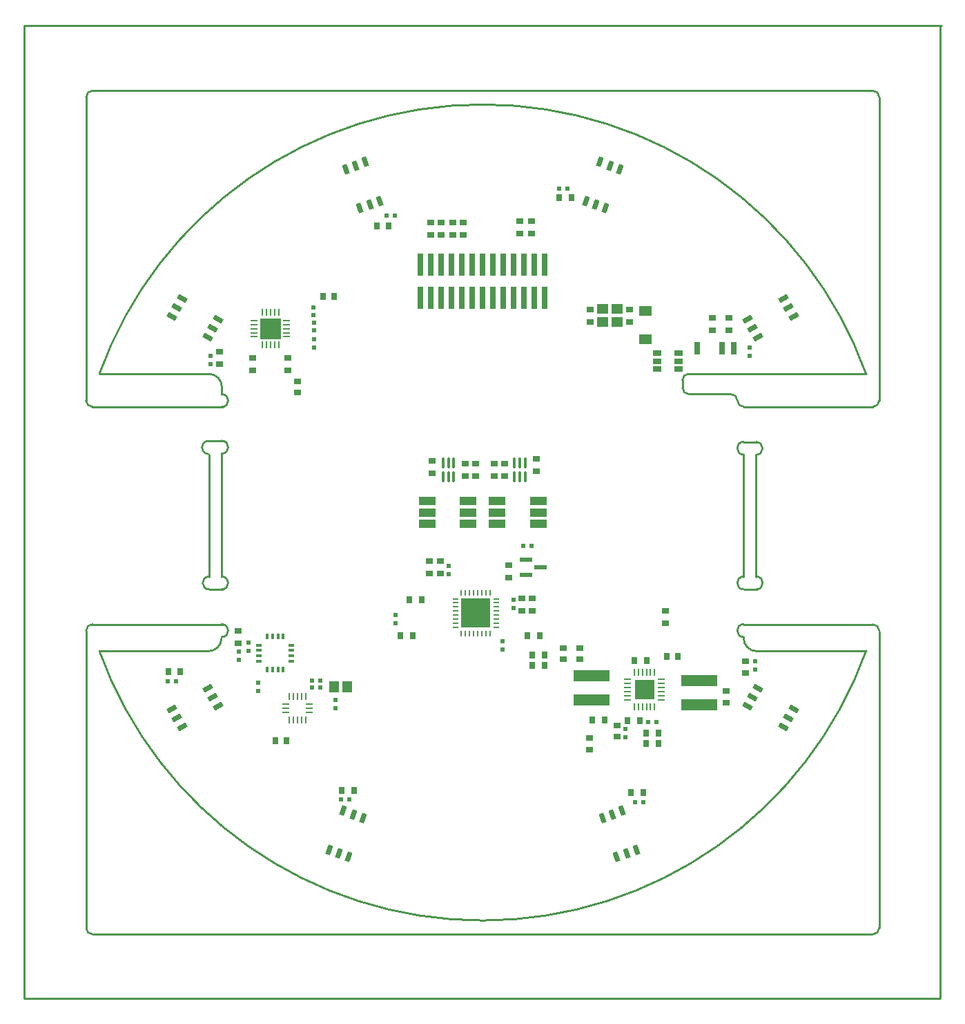
<source format=gtp>
%FSLAX25Y25*%
%MOIN*%
G70*
G01*
G75*
G04 Layer_Color=8421504*
%ADD10C,0.01000*%
%ADD11R,0.02756X0.05906*%
%ADD12R,0.04000X0.02800*%
%ADD13R,0.05906X0.02362*%
G04:AMPARAMS|DCode=14|XSize=24mil|YSize=47mil|CornerRadius=0mil|HoleSize=0mil|Usage=FLASHONLY|Rotation=60.000|XOffset=0mil|YOffset=0mil|HoleType=Round|Shape=Rectangle|*
%AMROTATEDRECTD14*
4,1,4,0.01435,-0.02214,-0.02635,0.00136,-0.01435,0.02214,0.02635,-0.00136,0.01435,-0.02214,0.0*
%
%ADD14ROTATEDRECTD14*%

%ADD15R,0.03543X0.02756*%
%ADD16R,0.09449X0.09449*%
%ADD17O,0.03740X0.00984*%
%ADD18O,0.00984X0.03740*%
%ADD19R,0.09843X0.09843*%
%ADD20O,0.03347X0.00984*%
%ADD21O,0.00984X0.03347*%
%ADD22R,0.14173X0.14173*%
%ADD23O,0.00984X0.03150*%
%ADD24O,0.03150X0.00984*%
%ADD25R,0.07874X0.03937*%
%ADD26R,0.01181X0.03150*%
%ADD27R,0.03150X0.01181*%
%ADD28R,0.17300X0.05650*%
%ADD29R,0.04724X0.05512*%
%ADD30R,0.02913X0.11004*%
%ADD31R,0.06299X0.05118*%
%ADD32O,0.01378X0.05906*%
%ADD33R,0.03150X0.03543*%
%ADD34R,0.01969X0.02362*%
%ADD35R,0.05512X0.04724*%
%ADD36R,0.02756X0.03543*%
G04:AMPARAMS|DCode=37|XSize=24mil|YSize=47mil|CornerRadius=0mil|HoleSize=0mil|Usage=FLASHONLY|Rotation=300.000|XOffset=0mil|YOffset=0mil|HoleType=Round|Shape=Rectangle|*
%AMROTATEDRECTD37*
4,1,4,-0.02635,-0.00136,0.01435,0.02214,0.02635,0.00136,-0.01435,-0.02214,-0.02635,-0.00136,0.0*
%
%ADD37ROTATEDRECTD37*%

%ADD38R,0.03543X0.03150*%
%ADD39R,0.02362X0.01969*%
G04:AMPARAMS|DCode=40|XSize=24mil|YSize=47mil|CornerRadius=0mil|HoleSize=0mil|Usage=FLASHONLY|Rotation=160.000|XOffset=0mil|YOffset=0mil|HoleType=Round|Shape=Rectangle|*
%AMROTATEDRECTD40*
4,1,4,0.01931,0.01798,0.00324,-0.02619,-0.01931,-0.01798,-0.00324,0.02619,0.01931,0.01798,0.0*
%
%ADD40ROTATEDRECTD40*%

G04:AMPARAMS|DCode=41|XSize=24mil|YSize=47mil|CornerRadius=0mil|HoleSize=0mil|Usage=FLASHONLY|Rotation=20.000|XOffset=0mil|YOffset=0mil|HoleType=Round|Shape=Rectangle|*
%AMROTATEDRECTD41*
4,1,4,-0.00324,-0.02619,-0.01931,0.01798,0.00324,0.02619,0.01931,-0.01798,-0.00324,-0.02619,0.0*
%
%ADD41ROTATEDRECTD41*%

D10*
X496473Y460174D02*
G03*
X499573Y457074I3100J0D01*
G01*
X526000Y339400D02*
G03*
X532300Y333100I6300J0D01*
G01*
X274000Y460600D02*
G03*
X267700Y466900I-6300J0D01*
G01*
X267600Y333100D02*
G03*
X273900Y339400I0J6300D01*
G01*
X499500Y466900D02*
G03*
X496400Y463800I0J-3100D01*
G01*
X523000Y454000D02*
G03*
X519900Y457100I-3100J0D01*
G01*
X585100Y466900D02*
G03*
X214900Y466900I-185100J-66900D01*
G01*
X214900Y333101D02*
G03*
X585100Y333101I185100J66899D01*
G01*
X523000Y453996D02*
G03*
X525995Y451000I2996J0D01*
G01*
X526000Y346100D02*
G03*
X526000Y339900I0J-3100D01*
G01*
X274000D02*
G03*
X274000Y346100I0J3100D01*
G01*
Y450900D02*
G03*
X274000Y457100I0J3100D01*
G01*
X208400Y454100D02*
G03*
X211500Y451000I3100J0D01*
G01*
X211600Y346100D02*
G03*
X208500Y343000I0J-3100D01*
G01*
Y199600D02*
G03*
X211600Y196500I3100J0D01*
G01*
Y603500D02*
G03*
X208500Y600400I0J-3100D01*
G01*
X591500D02*
G03*
X588400Y603500I-3100J0D01*
G01*
Y451000D02*
G03*
X591500Y454100I0J3100D01*
G01*
Y342900D02*
G03*
X588400Y346000I-3100J0D01*
G01*
Y196500D02*
G03*
X591500Y199600I0J3100D01*
G01*
X274000Y428400D02*
G03*
X274000Y434600I0J3100D01*
G01*
X267500Y434500D02*
G03*
X267500Y428300I0J-3100D01*
G01*
X267900Y369100D02*
G03*
X267900Y362900I0J-3100D01*
G01*
X274000D02*
G03*
X274000Y369100I0J3100D01*
G01*
X526000D02*
G03*
X526000Y362900I0J-3100D01*
G01*
X532100D02*
G03*
X532100Y369100I0J3100D01*
G01*
X532000Y427800D02*
G03*
X532000Y434000I0J3100D01*
G01*
X526000Y434100D02*
G03*
X526000Y427900I0J-3100D01*
G01*
X496400Y460174D02*
Y463900D01*
X522900Y453996D02*
Y454000D01*
X532300Y466900D02*
X585100D01*
X532300Y333100D02*
X585100D01*
X214900Y466900D02*
X267700D01*
X274000Y457000D02*
Y460600D01*
X214900Y333100D02*
X267700D01*
X499400Y466900D02*
X532400D01*
X499573Y457100D02*
X519900D01*
X525995Y451000D02*
X588500D01*
X526000Y369000D02*
Y428000D01*
Y346000D02*
X588500D01*
X532000Y369000D02*
Y428000D01*
X268000Y369000D02*
Y428000D01*
X274000Y369000D02*
Y428500D01*
X211183Y451000D02*
X274500D01*
X208500Y454000D02*
Y601000D01*
X211500Y603500D02*
X588500D01*
X591500Y454000D02*
Y600400D01*
X211500Y196500D02*
X588000D01*
X211183Y346000D02*
X274500D01*
X208500Y199500D02*
Y343000D01*
X591500Y199500D02*
Y342500D01*
X178500Y635000D02*
X621500D01*
X621000Y634500D02*
X621500Y635000D01*
X621000Y165500D02*
Y634500D01*
X178500Y165500D02*
X621000D01*
X178500D02*
Y635000D01*
X267500Y434500D02*
X274000D01*
X267900Y362900D02*
X274400D01*
X526100D02*
X532600D01*
X526000Y434000D02*
X532500D01*
D11*
X503642Y479390D02*
D03*
X521358D02*
D03*
X515453D02*
D03*
D12*
X494600Y476735D02*
D03*
X484383D02*
D03*
X494600Y472995D02*
D03*
Y469255D02*
D03*
X484383D02*
D03*
X484387Y472993D02*
D03*
D13*
X420957Y377240D02*
D03*
Y369760D02*
D03*
X428043Y373500D02*
D03*
D14*
X550160Y305330D02*
D03*
X547660Y301000D02*
D03*
X532840Y315330D02*
D03*
X530340Y311000D02*
D03*
X527840Y306670D02*
D03*
X545160Y296670D02*
D03*
X249840Y494670D02*
D03*
X252340Y499000D02*
D03*
X267160Y484670D02*
D03*
X269660Y489000D02*
D03*
X272160Y493330D02*
D03*
X254840Y503330D02*
D03*
D15*
X424000Y352547D02*
D03*
Y358453D02*
D03*
X412500Y368547D02*
D03*
Y374453D02*
D03*
X471000Y492047D02*
D03*
Y497953D02*
D03*
X452000Y497953D02*
D03*
Y492047D02*
D03*
X511000Y493953D02*
D03*
Y488047D02*
D03*
X374200Y376503D02*
D03*
Y370597D02*
D03*
X419000Y352547D02*
D03*
Y358453D02*
D03*
X390500Y539953D02*
D03*
Y534047D02*
D03*
X385500Y539953D02*
D03*
Y534047D02*
D03*
X380000Y539953D02*
D03*
Y534047D02*
D03*
X375000Y539953D02*
D03*
Y534047D02*
D03*
X305800Y468647D02*
D03*
Y474553D02*
D03*
X288800Y468647D02*
D03*
Y474553D02*
D03*
X410400Y417547D02*
D03*
Y423453D02*
D03*
X405400Y423453D02*
D03*
Y417547D02*
D03*
X281950Y337047D02*
D03*
Y342953D02*
D03*
X519000Y488047D02*
D03*
Y493953D02*
D03*
X526750Y328353D02*
D03*
Y322447D02*
D03*
X273000Y471547D02*
D03*
Y477453D02*
D03*
X451600Y291353D02*
D03*
Y285447D02*
D03*
X425900Y420047D02*
D03*
Y425953D02*
D03*
X375400Y419047D02*
D03*
Y424953D02*
D03*
X396400Y423453D02*
D03*
Y417547D02*
D03*
X391400Y423453D02*
D03*
Y417547D02*
D03*
X379600Y376503D02*
D03*
Y370597D02*
D03*
X488150Y346647D02*
D03*
Y352553D02*
D03*
X418000Y540453D02*
D03*
Y534547D02*
D03*
X423500Y540453D02*
D03*
Y534547D02*
D03*
D16*
X478100Y314600D02*
D03*
D17*
X469832Y309679D02*
D03*
Y311647D02*
D03*
Y313616D02*
D03*
Y315584D02*
D03*
Y317553D02*
D03*
Y319521D02*
D03*
X486368D02*
D03*
Y317553D02*
D03*
Y315584D02*
D03*
Y313616D02*
D03*
Y311647D02*
D03*
Y309679D02*
D03*
D18*
X473179Y322868D02*
D03*
X475147D02*
D03*
X477116D02*
D03*
X479084D02*
D03*
X481053D02*
D03*
X483021D02*
D03*
Y306332D02*
D03*
X481053D02*
D03*
X479084D02*
D03*
X477116D02*
D03*
X475147D02*
D03*
X473179D02*
D03*
D19*
X297500Y488700D02*
D03*
D20*
X305276Y492637D02*
D03*
Y490668D02*
D03*
Y488700D02*
D03*
Y486731D02*
D03*
Y484763D02*
D03*
X289724D02*
D03*
Y486731D02*
D03*
Y488700D02*
D03*
Y490668D02*
D03*
Y492637D02*
D03*
X304890Y307469D02*
D03*
Y305500D02*
D03*
Y303532D02*
D03*
X316110D02*
D03*
Y305500D02*
D03*
Y307469D02*
D03*
D21*
X301437Y480924D02*
D03*
X299468D02*
D03*
X297500D02*
D03*
X295532D02*
D03*
X293563D02*
D03*
Y496476D02*
D03*
X295532D02*
D03*
X297500D02*
D03*
X299468D02*
D03*
X301437D02*
D03*
X314437Y311110D02*
D03*
X312469D02*
D03*
X310500D02*
D03*
X308531D02*
D03*
X306563D02*
D03*
Y299890D02*
D03*
X308531D02*
D03*
X310500D02*
D03*
X312469D02*
D03*
X314437D02*
D03*
D22*
X396600Y351500D02*
D03*
D23*
X403490Y341657D02*
D03*
X401521D02*
D03*
X399553D02*
D03*
X397584D02*
D03*
X395616D02*
D03*
X393647D02*
D03*
X391679D02*
D03*
X389710D02*
D03*
Y361343D02*
D03*
X391679D02*
D03*
X393647D02*
D03*
X395616D02*
D03*
X397584D02*
D03*
X399553D02*
D03*
X401521D02*
D03*
X403490D02*
D03*
D24*
X386757Y344610D02*
D03*
Y346579D02*
D03*
Y348547D02*
D03*
Y350516D02*
D03*
Y352484D02*
D03*
Y354453D02*
D03*
Y356421D02*
D03*
Y358390D02*
D03*
X406652D02*
D03*
X406442Y356421D02*
D03*
Y354453D02*
D03*
Y352484D02*
D03*
Y350516D02*
D03*
Y348547D02*
D03*
Y346579D02*
D03*
Y344610D02*
D03*
D25*
X392937Y405512D02*
D03*
X373252D02*
D03*
X392937Y400000D02*
D03*
X373252D02*
D03*
Y394488D02*
D03*
X392937D02*
D03*
X407063D02*
D03*
X426748D02*
D03*
X407063Y400000D02*
D03*
X426748D02*
D03*
Y405512D02*
D03*
X407063D02*
D03*
D26*
X295961Y324326D02*
D03*
X298520D02*
D03*
X301080D02*
D03*
X303639D02*
D03*
Y340074D02*
D03*
X301080D02*
D03*
X298520D02*
D03*
X295961D02*
D03*
D27*
X307674Y328361D02*
D03*
Y330921D02*
D03*
Y333479D02*
D03*
Y336039D02*
D03*
X291926D02*
D03*
Y333479D02*
D03*
Y330921D02*
D03*
Y328361D02*
D03*
D28*
X452500Y321325D02*
D03*
Y309675D02*
D03*
X504600Y318925D02*
D03*
Y307275D02*
D03*
D29*
X334650Y316000D02*
D03*
X328350D02*
D03*
D30*
X370000Y519702D02*
D03*
X375000Y503698D02*
D03*
Y519702D02*
D03*
X380000D02*
D03*
Y503698D02*
D03*
X385000D02*
D03*
Y519702D02*
D03*
X390000D02*
D03*
Y503698D02*
D03*
X395000Y519702D02*
D03*
Y503698D02*
D03*
X400000D02*
D03*
Y519702D02*
D03*
X405000D02*
D03*
Y503698D02*
D03*
X410000D02*
D03*
Y519702D02*
D03*
X430000D02*
D03*
X425000D02*
D03*
X420000D02*
D03*
X415000D02*
D03*
Y503698D02*
D03*
X420000D02*
D03*
X425000D02*
D03*
X430000D02*
D03*
X370000D02*
D03*
D31*
X478500Y483610D02*
D03*
Y497390D02*
D03*
D32*
X386059Y423846D02*
D03*
X383500D02*
D03*
X380941D02*
D03*
X386059Y417154D02*
D03*
X383500D02*
D03*
X380941D02*
D03*
X420459Y423846D02*
D03*
X417900D02*
D03*
X415341D02*
D03*
X420459Y417154D02*
D03*
X417900D02*
D03*
X415341D02*
D03*
D33*
X328256Y504200D02*
D03*
X322744D02*
D03*
X488744Y330500D02*
D03*
X494256D02*
D03*
X299744Y289800D02*
D03*
X305256D02*
D03*
D34*
X415000Y357968D02*
D03*
Y354031D02*
D03*
X469000Y291531D02*
D03*
Y295468D02*
D03*
X318300Y495131D02*
D03*
Y499068D02*
D03*
X409500Y337968D02*
D03*
Y334032D02*
D03*
X329000Y305532D02*
D03*
Y309469D02*
D03*
X291500Y314032D02*
D03*
Y317969D02*
D03*
X282250Y328832D02*
D03*
Y332769D02*
D03*
X286800Y333331D02*
D03*
Y337268D02*
D03*
X529000Y475531D02*
D03*
Y479468D02*
D03*
X531400Y324282D02*
D03*
Y328219D02*
D03*
X268500Y475468D02*
D03*
Y471531D02*
D03*
X318400Y479731D02*
D03*
Y483669D02*
D03*
X318431Y487794D02*
D03*
Y491731D02*
D03*
X383650Y370381D02*
D03*
Y374319D02*
D03*
X357900Y350418D02*
D03*
Y346481D02*
D03*
D35*
X465000Y498150D02*
D03*
Y491850D02*
D03*
X458000Y498150D02*
D03*
Y491850D02*
D03*
D36*
X421497Y340450D02*
D03*
X427403D02*
D03*
X458953Y300000D02*
D03*
X453047D02*
D03*
X360397Y340650D02*
D03*
X366303D02*
D03*
X473297Y328500D02*
D03*
X479203D02*
D03*
X436947Y551800D02*
D03*
X442853D02*
D03*
X477603Y264750D02*
D03*
X471697D02*
D03*
X337953Y266000D02*
D03*
X332047D02*
D03*
X248147Y323200D02*
D03*
X254053D02*
D03*
X354703Y538350D02*
D03*
X348797D02*
D03*
X484953Y293500D02*
D03*
X479047D02*
D03*
X479047Y288500D02*
D03*
X484953D02*
D03*
X470047Y299500D02*
D03*
X475953D02*
D03*
X429903Y326300D02*
D03*
X423997D02*
D03*
X423947Y331350D02*
D03*
X429853D02*
D03*
X370453Y358000D02*
D03*
X364547D02*
D03*
D37*
X254840Y296670D02*
D03*
X252340Y301000D02*
D03*
X272160Y306670D02*
D03*
X269660Y311000D02*
D03*
X267160Y315330D02*
D03*
X249840Y305330D02*
D03*
X545160Y503330D02*
D03*
X547660Y499000D02*
D03*
X527840Y493330D02*
D03*
X530340Y489000D02*
D03*
X532840Y484670D02*
D03*
X550160Y494670D02*
D03*
D38*
X439050Y329194D02*
D03*
Y334706D02*
D03*
X517500Y313756D02*
D03*
Y308244D02*
D03*
X465000Y291744D02*
D03*
Y297256D02*
D03*
X446950Y329094D02*
D03*
Y334606D02*
D03*
X310500Y457744D02*
D03*
Y463256D02*
D03*
D39*
X480031Y299000D02*
D03*
X483968D02*
D03*
X440869Y556300D02*
D03*
X436932D02*
D03*
X473681Y260250D02*
D03*
X477619D02*
D03*
X331532Y261500D02*
D03*
X335469D02*
D03*
X251919Y318550D02*
D03*
X247982Y318550D02*
D03*
X353681Y543350D02*
D03*
X357618D02*
D03*
X317531Y315500D02*
D03*
X321468D02*
D03*
X317531Y319000D02*
D03*
X321468D02*
D03*
X419531Y384000D02*
D03*
X423468D02*
D03*
D40*
X456722Y569107D02*
D03*
X461420Y567397D02*
D03*
X449881Y550313D02*
D03*
X454580Y548603D02*
D03*
X459278Y546893D02*
D03*
X466119Y565687D02*
D03*
X335278Y233893D02*
D03*
X330580Y235603D02*
D03*
X342119Y252687D02*
D03*
X337420Y254397D02*
D03*
X332722Y256107D02*
D03*
X325881Y237313D02*
D03*
D41*
X474119D02*
D03*
X469420Y235603D02*
D03*
X467278Y256107D02*
D03*
X462580Y254397D02*
D03*
X457881Y252687D02*
D03*
X464722Y233893D02*
D03*
X333881Y565687D02*
D03*
X338580Y567397D02*
D03*
X340722Y546893D02*
D03*
X345420Y548603D02*
D03*
X350119Y550313D02*
D03*
X343278Y569107D02*
D03*
M02*

</source>
